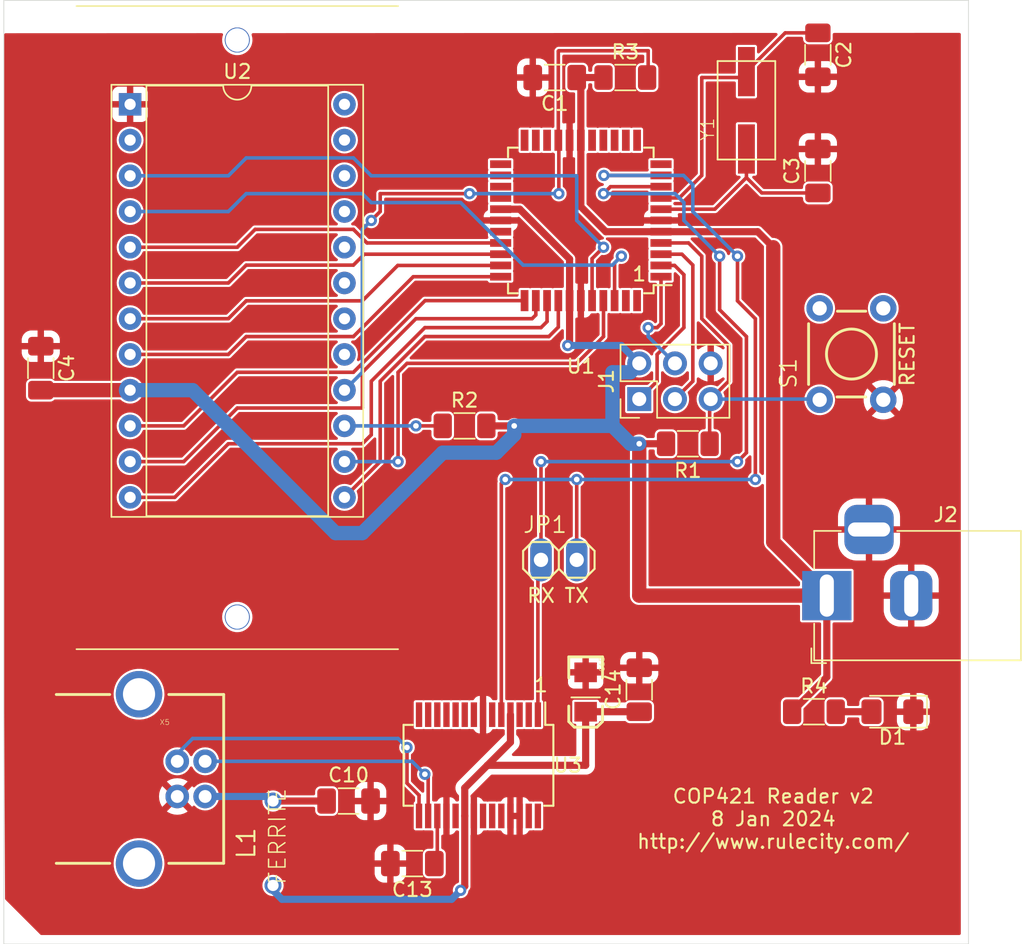
<source format=kicad_pcb>
(kicad_pcb (version 20211014) (generator pcbnew)
  (layers (0 "F.Cu" signal) (31 "B.Cu" signal) (34 "B.Paste" user) (35 "F.Paste" user) (36 "B.SilkS" user "B.Silkscreen") (37 "F.SilkS" user "F.Silkscreen") (38 "B.Mask" user) (39 "F.Mask" user) (44 "Edge.Cuts" user))
  (net 0 "")
  (net 1 "GND")
  (net 2 "Net-(C2-Pad1)")
  (net 3 "Net-(C3-Pad1)")
  (net 4 "Net-(C10-Pad1)")
  (net 5 "VCC")
  (net 6 "Net-(C13-Pad1)")
  (net 7 "/MISO")
  (net 8 "/SCK")
  (net 9 "/MOSI")
  (net 10 "/~{RESET}")
  (net 11 "/RX")
  (net 12 "/TX")
  (net 13 "Net-(D1-Pad2)")
  (net 14 "/COP_SK")
  (net 22 "/TCK")
  (net 23 "/TMS")
  (net 24 "/TDO")
  (net 25 "/TDI")
  (net 29 "Net-(U1-Pad30)")
  (net 30 "Net-(U1-Pad31)")
  (net 31 "Net-(U1-Pad32)")
  (net 32 "Net-(U1-Pad33)")
  (net 33 "Net-(U1-Pad34)")
  (net 34 "Net-(U1-Pad35)")
  (net 35 "Net-(U1-Pad36)")
  (net 36 "Net-(U1-Pad37)")
  (net 37 "/COP_CKI")
  (net 38 "/COP_SI")
  (net 39 "/~{COP_RESET}")
  (net 41 "/SS")
  (net 54 "Net-(U3-Pad15)")
  (net 55 "Net-(U3-Pad16)")
  (net 58 "Net-(R2-Pad1)")
  (net 59 "Net-(C14-Pad1)")
  (footprint "Capacitor_SMD:C_1206_3216Metric_Pad1.33x1.80mm_HandSolder" (layer "F.Cu") (at 172.085 76.4925 90)
    (fp_text reference "C3" (at 0 -1.85 90) (layer "F.SilkS"))
    (fp_text value "20pF")
    (pad "1" smd roundrect (at -1.5625 0 90) (size 1.325 1.8) (layers "F.Cu" "F.Paste" "F.Mask") (roundrect_rratio 0.1886792453) (net 3 "Net-(C3-Pad1)"))
    (pad "2" smd roundrect (at 1.5625 0 90) (size 1.325 1.8) (layers "F.Cu" "F.Paste" "F.Mask") (roundrect_rratio 0.1886792453) (net 1 "GND"))
  )
  (footprint "Resistor_SMD:R_1206_3216Metric_Pad1.30x1.75mm_HandSolder" (layer "F.Cu") (at 158.395 69.85)
    (fp_text reference "R3" (at 0 -1.82) (layer "F.SilkS"))
    (fp_text value "1k")
    (pad "1" smd roundrect (at -1.55 0) (size 1.3 1.75) (layers "F.Cu" "F.Paste" "F.Mask") (roundrect_rratio 0.1923076923) (net 5 "VCC"))
    (pad "2" smd roundrect (at 1.55 0) (size 1.3 1.75) (layers "F.Cu" "F.Paste" "F.Mask") (roundrect_rratio 0.1923076923) (net 14 "/COP_SK"))
  )
  (footprint "Capacitor_SMD:C_1206_3216Metric_Pad1.33x1.80mm_HandSolder" (layer "F.Cu") (at 116.84 90.5125 -90)
    (fp_text reference "C4" (at 0 -1.85 90) (layer "F.SilkS"))
    (fp_text value "0.1uF")
    (pad "1" smd roundrect (at -1.5625 0 270) (size 1.325 1.8) (layers "F.Cu" "F.Paste" "F.Mask") (roundrect_rratio 0.1886792453) (net 1 "GND"))
    (pad "2" smd roundrect (at 1.5625 0 270) (size 1.325 1.8) (layers "F.Cu" "F.Paste" "F.Mask") (roundrect_rratio 0.1886792453) (net 5 "VCC"))
  )
  (footprint "StarRiderControls:TACTILE-PTH" (layer "F.Cu") (at 174.4726 89.5096 90)
    (fp_text reference "S1" (at -2.54 -3.81 90) (layer "F.SilkS") (effects (font (size 1.143 1.143) (thickness 0.127)) (justify left bottom)))
    (fp_text value "SWITCH-MOMENTARY-2PTH")
    (pad "1" thru_hole circle (at -3.2512 -2.2606 90) (size 1.8796 1.8796) (drill 1.016) (layers *.Cu *.Mask) (net 10 "/~{RESET}"))
    (pad "2" thru_hole circle (at 3.2512 -2.2606 90) (size 1.8796 1.8796) (drill 1.016) (layers *.Cu *.Mask))
    (pad "3" thru_hole circle (at -3.2512 2.2606 90) (size 1.8796 1.8796) (drill 1.016) (layers *.Cu *.Mask) (net 1 "GND"))
    (pad "4" thru_hole circle (at 3.2512 2.2606 90) (size 1.8796 1.8796) (drill 1.016) (layers *.Cu *.Mask))
  )
  (footprint "Capacitor_SMD:C_1206_3216Metric_Pad1.33x1.80mm_HandSolder" (layer "F.Cu") (at 172.085 68.2375 -90)
    (fp_text reference "C2" (at 0 -1.85 90) (layer "F.SilkS"))
    (fp_text value "20pF")
    (pad "1" smd roundrect (at -1.5625 0 270) (size 1.325 1.8) (layers "F.Cu" "F.Paste" "F.Mask") (roundrect_rratio 0.1886792453) (net 2 "Net-(C2-Pad1)"))
    (pad "2" smd roundrect (at 1.5625 0 270) (size 1.325 1.8) (layers "F.Cu" "F.Paste" "F.Mask") (roundrect_rratio 0.1886792453) (net 1 "GND"))
  )
  (footprint "StarRiderControls:EIA3216" (layer "F.Cu") (at 155.575 112.135 -90)
    (fp_text reference "C15" (at -1.14 -1.381 90) (layer "F.SilkS") (effects (font (size 0.373888 0.373888) (thickness 0.032512)) (justify right bottom)))
    (fp_text value "4.7uF")
    (pad "A" smd rect (at 2.8 0) (size 1.6 1.4) (layers "F.Cu" "F.Paste" "F.Mask") (net 59 "Net-(C14-Pad1)"))
    (pad "C" smd rect (at 0 0) (size 1.6 1.4) (layers "F.Cu" "F.Paste" "F.Mask") (net 1 "GND"))
  )
  (footprint "Package_SO:SSOP-28_5.3x10.2mm_P0.65mm" (layer "F.Cu") (at 147.955 118.745 -90)
    (fp_text reference "U3" (at 0 -6.35 180) (layer "F.SilkS"))
    (fp_text value "FT232RL-BASICSSOP")
    (pad "1" smd rect (at -3.6 -4.225 270) (size 1.75 0.45) (layers "F.Cu" "F.Paste" "F.Mask") (net 11 "/RX"))
    (pad "2" smd rect (at -3.6 -3.575 270) (size 1.75 0.45) (layers "F.Cu" "F.Paste" "F.Mask"))
    (pad "3" smd rect (at -3.6 -2.925 270) (size 1.75 0.45) (layers "F.Cu" "F.Paste" "F.Mask"))
    (pad "4" smd rect (at -3.6 -2.275 270) (size 1.75 0.45) (layers "F.Cu" "F.Paste" "F.Mask") (net 59 "Net-(C14-Pad1)"))
    (pad "5" smd rect (at -3.6 -1.625 270) (size 1.75 0.45) (layers "F.Cu" "F.Paste" "F.Mask") (net 12 "/TX"))
    (pad "6" smd rect (at -3.6 -0.975 270) (size 1.75 0.45) (layers "F.Cu" "F.Paste" "F.Mask"))
    (pad "7" smd rect (at -3.6 -0.325 270) (size 1.75 0.45) (layers "F.Cu" "F.Paste" "F.Mask") (net 1 "GND"))
    (pad "8" smd rect (at -3.6 0.325 270) (size 1.75 0.45) (layers "F.Cu" "F.Paste" "F.Mask"))
    (pad "9" smd rect (at -3.6 0.975 270) (size 1.75 0.45) (layers "F.Cu" "F.Paste" "F.Mask"))
    (pad "10" smd rect (at -3.6 1.625 270) (size 1.75 0.45) (layers "F.Cu" "F.Paste" "F.Mask"))
    (pad "11" smd rect (at -3.6 2.275 270) (size 1.75 0.45) (layers "F.Cu" "F.Paste" "F.Mask"))
    (pad "12" smd rect (at -3.6 2.925 270) (size 1.75 0.45) (layers "F.Cu" "F.Paste" "F.Mask"))
    (pad "13" smd rect (at -3.6 3.575 270) (size 1.75 0.45) (layers "F.Cu" "F.Paste" "F.Mask"))
    (pad "14" smd rect (at -3.6 4.225 270) (size 1.75 0.45) (layers "F.Cu" "F.Paste" "F.Mask"))
    (pad "15" smd rect (at 3.6 4.225 270) (size 1.75 0.45) (layers "F.Cu" "F.Paste" "F.Mask") (net 54 "Net-(U3-Pad15)"))
    (pad "16" smd rect (at 3.6 3.575 270) (size 1.75 0.45) (layers "F.Cu" "F.Paste" "F.Mask") (net 55 "Net-(U3-Pad16)"))
    (pad "17" smd rect (at 3.6 2.925 270) (size 1.75 0.45) (layers "F.Cu" "F.Paste" "F.Mask") (net 6 "Net-(C13-Pad1)"))
    (pad "18" smd rect (at 3.6 2.275 270) (size 1.75 0.45) (layers "F.Cu" "F.Paste" "F.Mask") (net 1 "GND"))
    (pad "19" smd rect (at 3.6 1.625 270) (size 1.75 0.45) (layers "F.Cu" "F.Paste" "F.Mask"))
    (pad "20" smd rect (at 3.6 0.975 270) (size 1.75 0.45) (layers "F.Cu" "F.Paste" "F.Mask") (net 59 "Net-(C14-Pad1)"))
    (pad "21" smd rect (at 3.6 0.325 270) (size 1.75 0.45) (layers "F.Cu" "F.Paste" "F.Mask") (net 1 "GND"))
    (pad "22" smd rect (at 3.6 -0.325 270) (size 1.75 0.45) (layers "F.Cu" "F.Paste" "F.Mask"))
    (pad "23" smd rect (at 3.6 -0.975 270) (size 1.75 0.45) (layers "F.Cu" "F.Paste" "F.Mask"))
    (pad "24" smd rect (at 3.6 -1.625 270) (size 1.75 0.45) (layers "F.Cu" "F.Paste" "F.Mask"))
    (pad "25" smd rect (at 3.6 -2.275 270) (size 1.75 0.45) (layers "F.Cu" "F.Paste" "F.Mask") (net 1 "GND"))
    (pad "26" smd rect (at 3.6 -2.925 270) (size 1.75 0.45) (layers "F.Cu" "F.Paste" "F.Mask") (net 1 "GND"))
    (pad "27" smd rect (at 3.6 -3.575 270) (size 1.75 0.45) (layers "F.Cu" "F.Paste" "F.Mask"))
    (pad "28" smd rect (at 3.6 -4.225 270) (size 1.75 0.45) (layers "F.Cu" "F.Paste" "F.Mask"))
  )
  (footprint "Resistor_SMD:R_1206_3216Metric_Pad1.30x1.75mm_HandSolder" (layer "F.Cu") (at 162.84 95.885)
    (fp_text reference "R1" (at 0 1.905) (layer "F.SilkS"))
    (fp_text value "10k")
    (pad "1" smd roundrect (at -1.55 0) (size 1.3 1.75) (layers "F.Cu" "F.Paste" "F.Mask") (roundrect_rratio 0.1923076923) (net 5 "VCC"))
    (pad "2" smd roundrect (at 1.55 0) (size 1.3 1.75) (layers "F.Cu" "F.Paste" "F.Mask") (roundrect_rratio 0.1923076923) (net 10 "/~{RESET}"))
  )
  (footprint "Connector_BarrelJack:BarrelJack_Horizontal" (layer "F.Cu") (at 172.72 106.68 180)
    (fp_text reference "J2" (at -8.45 5.75) (layer "F.SilkS"))
    (fp_text value "Barrel_Jack_Switch")
    (pad "1" thru_hole rect (at 0 0 180) (size 3.5 3.5) (drill oval 1 3) (layers *.Cu *.Mask) (net 5 "VCC"))
    (pad "2" thru_hole roundrect (at -6 0 180) (size 3 3.5) (drill oval 1 3) (layers *.Cu *.Mask) (net 1 "GND"))
    (pad "3" thru_hole roundrect (at -3 4.7 180) (size 3.5 3.5) (drill oval 3 1) (layers *.Cu *.Mask) (net 1 "GND"))
  )
  (footprint "StarRiderControls:CRYSTAL-CSM-3X" (layer "F.Cu") (at 167.005 72.18 90)
    (fp_text reference "Y1" (at -2.23 -2.22 90) (layer "F.SilkS") (effects (font (size 0.92 0.92) (thickness 0.08)) (justify left bottom)))
    (fp_text value "18.432MHz")
    (pad "1" smd rect (at -2.75 0 90) (size 3.5 1.2) (layers "F.Cu" "F.Paste" "F.Mask") (net 3 "Net-(C3-Pad1)"))
    (pad "2" smd rect (at 2.75 0 90) (size 3.5 1.2) (layers "F.Cu" "F.Paste" "F.Mask") (net 2 "Net-(C2-Pad1)"))
  )
  (footprint "Connector_PinHeader_2.54mm:PinHeader_2x03_P2.54mm_Vertical" (layer "F.Cu") (at 159.385 92.71 90)
    (fp_text reference "J1" (at 1.27 -2.33 90) (layer "F.SilkS"))
    (fp_text value "Conn_02x03_Odd_Even")
    (pad "1" thru_hole rect (at 0 0 90) (size 1.7 1.7) (drill 1) (layers *.Cu *.Mask) (net 7 "/MISO"))
    (pad "2" thru_hole oval (at 2.54 0 90) (size 1.7 1.7) (drill 1) (layers *.Cu *.Mask) (net 5 "VCC"))
    (pad "3" thru_hole oval (at 0 2.54 90) (size 1.7 1.7) (drill 1) (layers *.Cu *.Mask) (net 8 "/SCK"))
    (pad "4" thru_hole oval (at 2.54 2.54 90) (size 1.7 1.7) (drill 1) (layers *.Cu *.Mask) (net 9 "/MOSI"))
    (pad "5" thru_hole oval (at 0 5.08 90) (size 1.7 1.7) (drill 1) (layers *.Cu *.Mask) (net 10 "/~{RESET}"))
    (pad "6" thru_hole oval (at 2.54 5.08 90) (size 1.7 1.7) (drill 1) (layers *.Cu *.Mask) (net 1 "GND"))
  )
  (footprint "StarRiderControls:USB-B-PTH" (layer "F.Cu") (at 126.5428 119.7102)
    (fp_text reference "X5" (at -1.27 -3.81) (layer "F.SilkS") (effects (font (size 0.373888 0.373888) (thickness 0.032512)) (justify left bottom)))
    (fp_text value "USBPTH")
    (pad "D+" thru_hole circle (at 0 -1.25 270) (size 1.6764 1.6764) (drill 0.9144) (layers *.Cu *.Mask) (net 54 "Net-(U3-Pad15)"))
    (pad "D-" thru_hole circle (at 1.9812 -1.25 90) (size 1.6764 1.6764) (drill 0.9144) (layers *.Cu *.Mask) (net 55 "Net-(U3-Pad16)"))
    (pad "GND" thru_hole circle (at 0 1.25 270) (size 1.6764 1.6764) (drill 0.9144) (layers *.Cu *.Mask) (net 1 "GND"))
    (pad "S1" thru_hole circle (at -2.7178 6.0198) (size 3.302 3.302) (drill 2.286) (layers *.Cu *.Mask))
    (pad "S2" thru_hole circle (at -2.7178 -6.0198) (size 3.302 3.302) (drill 2.286) (layers *.Cu *.Mask))
    (pad "VBUS" thru_hole circle (at 1.9812 1.25 90) (size 1.6764 1.6764) (drill 0.9144) (layers *.Cu *.Mask) (net 4 "Net-(C10-Pad1)"))
  )
  (footprint "Capacitor_SMD:C_1206_3216Metric_Pad1.33x1.80mm_HandSolder" (layer "F.Cu") (at 138.7225 121.285)
    (fp_text reference "C10" (at 0 -1.85) (layer "F.SilkS"))
    (fp_text value "10nF")
    (pad "1" smd roundrect (at -1.5625 0) (size 1.325 1.8) (layers "F.Cu" "F.Paste" "F.Mask") (roundrect_rratio 0.1886792453) (net 4 "Net-(C10-Pad1)"))
    (pad "2" smd roundrect (at 1.5625 0) (size 1.325 1.8) (layers "F.Cu" "F.Paste" "F.Mask") (roundrect_rratio 0.1886792453) (net 1 "GND"))
  )
  (footprint "Capacitor_SMD:C_1206_3216Metric_Pad1.33x1.80mm_HandSolder" (layer "F.Cu") (at 143.255 125.73 180)
    (fp_text reference "C13" (at 0 -1.85) (layer "F.SilkS"))
    (fp_text value "0.1uF")
    (pad "1" smd roundrect (at -1.5625 0 180) (size 1.325 1.8) (layers "F.Cu" "F.Paste" "F.Mask") (roundrect_rratio 0.1886792453) (net 6 "Net-(C13-Pad1)"))
    (pad "2" smd roundrect (at 1.5625 0 180) (size 1.325 1.8) (layers "F.Cu" "F.Paste" "F.Mask") (roundrect_rratio 0.1886792453) (net 1 "GND"))
  )
  (footprint "Resistor_SMD:R_1206_3216Metric_Pad1.30x1.75mm_HandSolder" (layer "F.Cu") (at 171.805 114.935)
    (fp_text reference "R4" (at 0 -1.82) (layer "F.SilkS"))
    (fp_text value "330")
    (pad "1" smd roundrect (at -1.55 0) (size 1.3 1.75) (layers "F.Cu" "F.Paste" "F.Mask") (roundrect_rratio 0.1923076923) (net 5 "VCC"))
    (pad "2" smd roundrect (at 1.55 0) (size 1.3 1.75) (layers "F.Cu" "F.Paste" "F.Mask") (roundrect_rratio 0.1923076923) (net 13 "Net-(D1-Pad2)"))
  )
  (footprint "Resistor_SMD:R_1206_3216Metric_Pad1.30x1.75mm_HandSolder" (layer "F.Cu") (at 146.965 94.615)
    (fp_text reference "R2" (at 0 -1.82) (layer "F.SilkS"))
    (fp_text value "100")
    (pad "1" smd roundrect (at -1.55 0) (size 1.3 1.75) (layers "F.Cu" "F.Paste" "F.Mask") (roundrect_rratio 0.1923076923) (net 58 "Net-(R2-Pad1)"))
    (pad "2" smd roundrect (at 1.55 0) (size 1.3 1.75) (layers "F.Cu" "F.Paste" "F.Mask") (roundrect_rratio 0.1923076923) (net 5 "VCC"))
  )
  (footprint "StarRiderControls:EXCELSA35" (layer "F.Cu") (at 133.35 124.285 -90)
    (fp_text reference "L1" (at 0 1.905 90) (layer "F.SilkS") (effects (font (size 1.27 1.27))))
    (fp_text value "EXCELSA35")
    (fp_text user "FERRITE" (at -4 -1 90) (layer "F.SilkS") (effects (font (size 1.1684 1.1684) (thickness 0.1016)) (justify right bottom)))
    (pad "P1" thru_hole circle (at -3 0 270) (size 1.2 1.2) (drill 0.8) (layers *.Cu *.Mask) (net 4 "Net-(C10-Pad1)"))
    (pad "P2" thru_hole circle (at 3 0 270) (size 1.2 1.2) (drill 0.8) (layers *.Cu *.Mask) (net 59 "Net-(C14-Pad1)"))
  )
  (footprint "LED_SMD:LED_1206_3216Metric_Pad1.42x1.75mm_HandSolder" (layer "F.Cu") (at 177.3825 114.935 180)
    (fp_text reference "D1" (at 0 -1.82) (layer "F.SilkS"))
    (fp_text value "LED")
    (pad "1" smd roundrect (at -1.4875 0 180) (size 1.425 1.75) (layers "F.Cu" "F.Paste" "F.Mask") (roundrect_rratio 0.1754392982) (net 1 "GND"))
    (pad "2" smd roundrect (at 1.4875 0 180) (size 1.425 1.75) (layers "F.Cu" "F.Paste" "F.Mask") (roundrect_rratio 0.1754392982) (net 13 "Net-(D1-Pad2)"))
  )
  (footprint "Package_DIP:DIP-24_W15.24mm_Socket" (layer "F.Cu") (at 123.19 71.755)
    (fp_text reference "U2" (at 7.62 -2.33) (layer "F.SilkS"))
    (fp_text value "COP421L")
    (pad "" np_thru_hole circle (at 7.62 -4.572) (size 1.778 1.778) (drill 1.651) (layers F&B.Cu *.Mask))
    (pad "" np_thru_hole circle (at 7.62 36.449) (size 1.778 1.778) (drill 1.651) (layers F&B.Cu *.Mask))
    (pad "1" thru_hole rect (at 0 0) (size 1.6 1.6) (drill 0.8) (layers *.Cu *.Mask) (net 1 "GND"))
    (pad "2" thru_hole oval (at 0 2.54) (size 1.6 1.6) (drill 0.8) (layers *.Cu *.Mask))
    (pad "3" thru_hole oval (at 0 5.08) (size 1.6 1.6) (drill 0.8) (layers *.Cu *.Mask) (net 37 "/COP_CKI"))
    (pad "4" thru_hole oval (at 0 7.62) (size 1.6 1.6) (drill 0.8) (layers *.Cu *.Mask) (net 39 "/~{COP_RESET}"))
    (pad "5" thru_hole oval (at 0 10.16) (size 1.6 1.6) (drill 0.8) (layers *.Cu *.Mask) (net 29 "Net-(U1-Pad30)"))
    (pad "6" thru_hole oval (at 0 12.7) (size 1.6 1.6) (drill 0.8) (layers *.Cu *.Mask) (net 30 "Net-(U1-Pad31)"))
    (pad "7" thru_hole oval (at 0 15.24) (size 1.6 1.6) (drill 0.8) (layers *.Cu *.Mask) (net 31 "Net-(U1-Pad32)"))
    (pad "8" thru_hole oval (at 0 17.78) (size 1.6 1.6) (drill 0.8) (layers *.Cu *.Mask) (net 32 "Net-(U1-Pad33)"))
    (pad "9" thru_hole oval (at 0 20.32) (size 1.6 1.6) (drill 0.8) (layers *.Cu *.Mask) (net 5 "VCC"))
    (pad "10" thru_hole oval (at 0 22.86) (size 1.6 1.6) (drill 0.8) (layers *.Cu *.Mask) (net 33 "Net-(U1-Pad34)"))
    (pad "11" thru_hole oval (at 0 25.4) (size 1.6 1.6) (drill 0.8) (layers *.Cu *.Mask) (net 34 "Net-(U1-Pad35)"))
    (pad "12" thru_hole oval (at 0 27.94) (size 1.6 1.6) (drill 0.8) (layers *.Cu *.Mask) (net 35 "Net-(U1-Pad36)"))
    (pad "13" thru_hole oval (at 15.24 27.94) (size 1.6 1.6) (drill 0.8) (layers *.Cu *.Mask) (net 36 "Net-(U1-Pad37)"))
    (pad "14" thru_hole oval (at 15.24 25.4) (size 1.6 1.6) (drill 0.8) (layers *.Cu *.Mask) (net 38 "/COP_SI"))
    (pad "15" thru_hole oval (at 15.24 22.86) (size 1.6 1.6) (drill 0.8) (layers *.Cu *.Mask) (net 58 "Net-(R2-Pad1)"))
    (pad "16" thru_hole oval (at 15.24 20.32) (size 1.6 1.6) (drill 0.8) (layers *.Cu *.Mask) (net 14 "/COP_SK"))
    (pad "17" thru_hole oval (at 15.24 17.78) (size 1.6 1.6) (drill 0.8) (layers *.Cu *.Mask))
    (pad "18" thru_hole oval (at 15.24 15.24) (size 1.6 1.6) (drill 0.8) (layers *.Cu *.Mask))
    (pad "19" thru_hole oval (at 15.24 12.7) (size 1.6 1.6) (drill 0.8) (layers *.Cu *.Mask))
    (pad "20" thru_hole oval (at 15.24 10.16) (size 1.6 1.6) (drill 0.8) (layers *.Cu *.Mask))
    (pad "21" thru_hole oval (at 15.24 7.62) (size 1.6 1.6) (drill 0.8) (layers *.Cu *.Mask))
    (pad "22" thru_hole oval (at 15.24 5.08) (size 1.6 1.6) (drill 0.8) (layers *.Cu *.Mask))
    (pad "23" thru_hole oval (at 15.24 2.54) (size 1.6 1.6) (drill 0.8) (layers *.Cu *.Mask))
    (pad "24" thru_hole oval (at 15.24 0) (size 1.6 1.6) (drill 0.8) (layers *.Cu *.Mask))
  )
  (footprint "Capacitor_SMD:C_1206_3216Metric_Pad1.33x1.80mm_HandSolder" (layer "F.Cu") (at 153.3775 69.85 180)
    (fp_text reference "C1" (at 0 -1.85) (layer "F.SilkS"))
    (fp_text value "0.1uF")
    (pad "1" smd roundrect (at -1.5625 0 180) (size 1.325 1.8) (layers "F.Cu" "F.Paste" "F.Mask") (roundrect_rratio 0.1886792453) (net 5 "VCC"))
    (pad "2" smd roundrect (at 1.5625 0 180) (size 1.325 1.8) (layers "F.Cu" "F.Paste" "F.Mask") (roundrect_rratio 0.1886792453) (net 1 "GND"))
  )
  (footprint "StarRiderControls:1X02" (layer "F.Cu") (at 153.67 104.14)
    (fp_text reference "JP1" (at -2.6162 -1.8288) (layer "F.SilkS") (effects (font (size 1.143 1.143) (thickness 0.127)) (justify left bottom)))
    (fp_text value "PINHD-1X2")
    (pad "1" thru_hole oval (at -1.27 0 90) (size 3.048 1.524) (drill 1.016) (layers *.Cu *.Mask) (net 11 "/RX"))
    (pad "2" thru_hole oval (at 1.27 0 90) (size 3.048 1.524) (drill 1.016) (layers *.Cu *.Mask) (net 12 "/TX"))
  )
  (footprint "Capacitor_SMD:C_1206_3216Metric_Pad1.33x1.80mm_HandSolder" (layer "F.Cu") (at 159.385 113.3725 90)
    (fp_text reference "C14" (at 0 -1.85 90) (layer "F.SilkS"))
    (fp_text value "0.1uF")
    (pad "1" smd roundrect (at -1.5625 0 90) (size 1.325 1.8) (layers "F.Cu" "F.Paste" "F.Mask") (roundrect_rratio 0.1886792453) (net 59 "Net-(C14-Pad1)"))
    (pad "2" smd roundrect (at 1.5625 0 90) (size 1.325 1.8) (layers "F.Cu" "F.Paste" "F.Mask") (roundrect_rratio 0.1886792453) (net 1 "GND"))
  )
  (footprint "Package_QFP:TQFP-44_10x10mm_P0.8mm" (layer "F.Cu") (at 155.2325 80.01 180)
    (fp_text reference "U1" (at 0 -10.371) (layer "F.SilkS"))
    (fp_text value "ATMega644P")
    (pad "1" smd rect (at -5.7 -4 180) (size 1.5 0.55) (layers "F.Cu" "F.Paste" "F.Mask") (net 9 "/MOSI"))
    (pad "2" smd rect (at -5.7 -3.2 180) (size 1.5 0.55) (layers "F.Cu" "F.Paste" "F.Mask") (net 7 "/MISO"))
    (pad "3" smd rect (at -5.7 -2.4 180) (size 1.5 0.55) (layers "F.Cu" "F.Paste" "F.Mask") (net 8 "/SCK"))
    (pad "4" smd rect (at -5.7 -1.6 180) (size 1.5 0.55) (layers "F.Cu" "F.Paste" "F.Mask") (net 10 "/~{RESET}"))
    (pad "5" smd rect (at -5.7 -0.8 180) (size 1.5 0.55) (layers "F.Cu" "F.Paste" "F.Mask") (net 5 "VCC"))
    (pad "6" smd rect (at -5.7 0 180) (size 1.5 0.55) (layers "F.Cu" "F.Paste" "F.Mask") (net 1 "GND"))
    (pad "7" smd rect (at -5.7 0.8 180) (size 1.5 0.55) (layers "F.Cu" "F.Paste" "F.Mask") (net 3 "Net-(C3-Pad1)"))
    (pad "8" smd rect (at -5.7 1.6 180) (size 1.5 0.55) (layers "F.Cu" "F.Paste" "F.Mask") (net 2 "Net-(C2-Pad1)"))
    (pad "9" smd rect (at -5.7 2.4 180) (size 1.5 0.55) (layers "F.Cu" "F.Paste" "F.Mask") (net 11 "/RX"))
    (pad "10" smd rect (at -5.7 3.2 180) (size 1.5 0.55) (layers "F.Cu" "F.Paste" "F.Mask") (net 12 "/TX"))
    (pad "11" smd rect (at -5.7 4 180) (size 1.5 0.55) (layers "F.Cu" "F.Paste" "F.Mask"))
    (pad "12" smd rect (at -4 5.7 270) (size 1.5 0.55) (layers "F.Cu" "F.Paste" "F.Mask"))
    (pad "13" smd rect (at -3.2 5.7 270) (size 1.5 0.55) (layers "F.Cu" "F.Paste" "F.Mask"))
    (pad "14" smd rect (at -2.4 5.7 270) (size 1.5 0.55) (layers "F.Cu" "F.Paste" "F.Mask"))
    (pad "15" smd rect (at -1.6 5.7 270) (size 1.5 0.55) (layers "F.Cu" "F.Paste" "F.Mask"))
    (pad "16" smd rect (at -0.8 5.7 270) (size 1.5 0.55) (layers "F.Cu" "F.Paste" "F.Mask"))
    (pad "17" smd rect (at 0 5.7 270) (size 1.5 0.55) (layers "F.Cu" "F.Paste" "F.Mask") (net 5 "VCC"))
    (pad "18" smd rect (at 0.8 5.7 270) (size 1.5 0.55) (layers "F.Cu" "F.Paste" "F.Mask") (net 1 "GND"))
    (pad "19" smd rect (at 1.6 5.7 270) (size 1.5 0.55) (layers "F.Cu" "F.Paste" "F.Mask") (net 14 "/COP_SK"))
    (pad "20" smd rect (at 2.4 5.7 270) (size 1.5 0.55) (layers "F.Cu" "F.Paste" "F.Mask"))
    (pad "21" smd rect (at 3.2 5.7 270) (size 1.5 0.55) (layers "F.Cu" "F.Paste" "F.Mask") (net 22 "/TCK"))
    (pad "22" smd rect (at 4 5.7 270) (size 1.5 0.55) (layers "F.Cu" "F.Paste" "F.Mask") (net 23 "/TMS"))
    (pad "23" smd rect (at 5.7 4 180) (size 1.5 0.55) (layers "F.Cu" "F.Paste" "F.Mask") (net 24 "/TDO"))
    (pad "24" smd rect (at 5.7 3.2 180) (size 1.5 0.55) (layers "F.Cu" "F.Paste" "F.Mask") (net 25 "/TDI"))
    (pad "25" smd rect (at 5.7 2.4 180) (size 1.5 0.55) (layers "F.Cu" "F.Paste" "F.Mask"))
    (pad "26" smd rect (at 5.7 1.6 180) (size 1.5 0.55) (layers "F.Cu" "F.Paste" "F.Mask"))
    (pad "27" smd rect (at 5.7 0.8 180) (size 1.5 0.55) (layers "F.Cu" "F.Paste" "F.Mask") (net 5 "VCC"))
    (pad "28" smd rect (at 5.7 0 180) (size 1.5 0.55) (layers "F.Cu" "F.Paste" "F.Mask") (net 1 "GND"))
    (pad "29" smd rect (at 5.7 -0.8 180) (size 1.5 0.55) (layers "F.Cu" "F.Paste" "F.Mask"))
    (pad "30" smd rect (at 5.7 -1.6 180) (size 1.5 0.55) (layers "F.Cu" "F.Paste" "F.Mask") (net 29 "Net-(U1-Pad30)"))
    (pad "31" smd rect (at 5.7 -2.4 180) (size 1.5 0.55) (layers "F.Cu" "F.Paste" "F.Mask") (net 30 "Net-(U1-Pad31)"))
    (pad "32" smd rect (at 5.7 -3.2 180) (size 1.5 0.55) (layers "F.Cu" "F.Paste" "F.Mask") (net 31 "Net-(U1-Pad32)"))
    (pad "33" smd rect (at 5.7 -4 180) (size 1.5 0.55) (layers "F.Cu" "F.Paste" "F.Mask") (net 32 "Net-(U1-Pad33)"))
    (pad "34" smd rect (at 4 -5.7 270) (size 1.5 0.55) (layers "F.Cu" "F.Paste" "F.Mask") (net 33 "Net-(U1-Pad34)"))
    (pad "35" smd rect (at 3.2 -5.7 270) (size 1.5 0.55) (layers "F.Cu" "F.Paste" "F.Mask") (net 34 "Net-(U1-Pad35)"))
    (pad "36" smd rect (at 2.4 -5.7 270) (size 1.5 0.55) (layers "F.Cu" "F.Paste" "F.Mask") (net 35 "Net-(U1-Pad36)"))
    (pad "37" smd rect (at 1.6 -5.7 270) (size 1.5 0.55) (layers "F.Cu" "F.Paste" "F.Mask") (net 36 "Net-(U1-Pad37)"))
    (pad "38" smd rect (at 0.8 -5.7 270) (size 1.5 0.55) (layers "F.Cu" "F.Paste" "F.Mask") (net 5 "VCC"))
    (pad "39" smd rect (at 0 -5.7 270) (size 1.5 0.55) (layers "F.Cu" "F.Paste" "F.Mask") (net 1 "GND"))
    (pad "40" smd rect (at -0.8 -5.7 270) (size 1.5 0.55) (layers "F.Cu" "F.Paste" "F.Mask") (net 37 "/COP_CKI"))
    (pad "41" smd rect (at -1.6 -5.7 270) (size 1.5 0.55) (layers "F.Cu" "F.Paste" "F.Mask") (net 38 "/COP_SI"))
    (pad "42" smd rect (at -2.4 -5.7 270) (size 1.5 0.55) (layers "F.Cu" "F.Paste" "F.Mask") (net 39 "/~{COP_RESET}"))
    (pad "43" smd rect (at -3.2 -5.7 270) (size 1.5 0.55) (layers "F.Cu" "F.Paste" "F.Mask"))
    (pad "44" smd rect (at -4 -5.7 270) (size 1.5 0.55) (layers "F.Cu" "F.Paste" "F.Mask") (net 41 "/SS"))
  )
  (gr_line (start 114.2111 64.3636) (end 114.2111 131.445) (layer "Edge.Cuts") (width 0.05))
  (gr_line (start 182.7911 131.445) (end 182.7911 64.3636) (layer "Edge.Cuts") (width 0.05))
  (gr_line (start 114.2111 131.445) (end 182.7911 131.445) (layer "Edge.Cuts") (width 0.05))
  (gr_line (start 182.7911 64.3636) (end 114.2111 64.3636) (layer "Edge.Cuts") (width 0.05))
  (gr_text "1" (at 152.4 113.03) (layer "F.SilkS") (effects (font (size 1 1))))
  (gr_text "RX" (at 152.4 106.68) (layer "F.SilkS") (effects (font (size 1 1))))
  (gr_text "1" (at 159.385 83.82) (layer "F.SilkS") (effects (font (size 1 1))))
  (gr_text "RESET" (at 178.435 89.535 90) (layer "F.SilkS") (effects (font (size 1 1))))
  (gr_text "COP421 Reader v2\n8 Jan 2024\nhttp://www.rulecity.com/" (at 168.91 122.555) (layer "F.SilkS") (effects (font (size 1 1))))
  (gr_text "TX" (at 154.94 106.68) (layer "F.SilkS") (effects (font (size 1 1))))
  (segment (start 160.9325 78.41) (end 162.23 78.41) (width 0.254) (layer "F.Cu") (net 2))
  (segment (start 169.76 66.675) (end 167.005 69.43) (width 0.25) (layer "F.Cu") (net 2))
  (segment (start 166.585 69.85) (end 167.005 69.43) (width 0.254) (layer "F.Cu") (net 2))
  (segment (start 172.085 66.675) (end 169.76 66.675) (width 0.25) (layer "F.Cu") (net 2))
  (segment (start 163.83 69.85) (end 166.585 69.85) (width 0.254) (layer "F.Cu") (net 2))
  (segment (start 162.23 78.41) (end 163.83 76.81) (width 0.254) (layer "F.Cu") (net 2))
  (segment (start 163.83 76.81) (end 163.83 69.85) (width 0.254) (layer "F.Cu") (net 2))
  (segment (start 160.9325 79.21) (end 164.757 79.21) (width 0.254) (layer "F.Cu") (net 3))
  (segment (start 167.005 76.962) (end 167.005 74.93) (width 0.254) (layer "F.Cu") (net 3))
  (segment (start 164.757 79.21) (end 167.005 76.962) (width 0.254) (layer "F.Cu") (net 3))
  (segment (start 168.098 78.055) (end 167.005 76.962) (width 0.25) (layer "F.Cu") (net 3))
  (segment (start 172.085 78.055) (end 168.098 78.055) (width 0.25) (layer "F.Cu") (net 3))
  (segment (start 133.35 121.285) (end 137.16 121.285) (width 0.508) (layer "F.Cu") (net 4))
  (segment (start 128.524 120.9602) (end 133.0252 120.9602) (width 0.508) (layer "B.Cu") (net 4))
  (segment (start 133.0252 120.9602) (end 133.35 121.285) (width 0.254) (layer "B.Cu") (net 4))
  (segment (start 154.4325 85.71) (end 154.4325 82.7525) (width 0.508) (layer "F.Cu") (net 5))
  (segment (start 123.19 92.075) (end 116.84 92.075) (width 1.016) (layer "F.Cu") (net 5))
  (segment (start 160.9325 80.81) (end 167.805 80.81) (width 0.508) (layer "F.Cu") (net 5))
  (segment (start 156.845 69.85) (end 154.94 69.85) (width 0.508) (layer "F.Cu") (net 5))
  (segment (start 149.5325 79.21) (end 150.89 79.21) (width 0.508) (layer "F.Cu") (net 5))
  (segment (start 155.2325 74.31) (end 155.2325 70.1425) (width 0.508) (layer "F.Cu") (net 5))
  (segment (start 154.4325 88.7725) (end 154.305 88.9) (width 0.508) (layer "F.Cu") (net 5))
  (segment (start 150.495 94.615) (end 148.515 94.615) (width 0.508) (layer "F.Cu") (net 5))
  (segment (start 154.4325 85.71) (end 154.4325 88.7725) (width 0.508) (layer "F.Cu") (net 5))
  (segment (start 150.89 79.21) (end 154.4325 82.7525) (width 0.508) (layer "F.Cu") (net 5))
  (segment (start 170.255 114.935) (end 172.72 112.47) (width 0.508) (layer "F.Cu") (net 5))
  (segment (start 155.2325 70.1425) (end 154.94 69.85) (width 0.508) (layer "F.Cu") (net 5))
  (segment (start 172.72 106.68) (end 168.91 102.87) (width 1.016) (layer "F.Cu") (net 5))
  (segment (start 159.385 106.68) (end 172.72 106.68) (width 1.016) (layer "F.Cu") (net 5))
  (segment (start 157.01 80.81) (end 160.9325 80.81) (width 0.508) (layer "F.Cu") (net 5))
  (segment (start 172.72 112.47) (end 172.72 106.68) (width 0.508) (layer "F.Cu") (net 5))
  (segment (start 155.2325 79.0325) (end 157.01 80.81) (width 0.508) (layer "F.Cu") (net 5))
  (segment (start 168.91 102.87) (end 168.91 81.915) (width 1.016) (layer "F.Cu") (net 5))
  (segment (start 159.385 106.68) (end 159.385 95.885) (width 1.016) (layer "F.Cu") (net 5))
  (segment (start 155.2325 74.31) (end 155.2325 79.0325) (width 0.508) (layer "F.Cu") (net 5))
  (segment (start 167.805 80.81) (end 168.91 81.915) (width 0.508) (layer "F.Cu") (net 5))
  (segment (start 159.385 95.885) (end 161.29 95.885) (width 0.508) (layer "F.Cu") (net 5))
  (via (at 159.385 95.885) (size 0.8) (drill 0.4) (layers "F.Cu" "B.Cu") (net 5))
  (via (at 150.495 94.615) (size 0.8) (drill 0.4) (layers "F.Cu" "B.Cu") (net 5))
  (via (at 154.305 88.9) (size 0.8) (drill 0.4) (layers "F.Cu" "B.Cu") (net 5))
  (segment (start 158.75 95.885) (end 159.385 95.885) (width 1.016) (layer "B.Cu") (net 5))
  (segment (start 158.75 90.805) (end 157.48 90.805) (width 1.016) (layer "B.Cu") (net 5))
  (segment (start 154.305 88.9) (end 158.115 88.9) (width 0.508) (layer "B.Cu") (net 5))
  (segment (start 137.795 102.235) (end 139.7 102.235) (width 1.016) (layer "B.Cu") (net 5))
  (segment (start 139.7 102.235) (end 145.415 96.52) (width 1.016) (layer "B.Cu") (net 5))
  (segment (start 127.635 92.075) (end 137.795 102.235) (width 1.016) (layer "B.Cu") (net 5))
  (segment (start 157.48 94.615) (end 158.75 95.885) (width 1.016) (layer "B.Cu") (net 5))
  (segment (start 159.385 90.17) (end 158.75 90.805) (width 1.016) (layer "B.Cu") (net 5))
  (segment (start 123.19 92.075) (end 127.635 92.075) (width 1.016) (layer "B.Cu") (net 5))
  (segment (start 157.48 90.805) (end 157.48 94.615) (width 1.016) (layer "B.Cu") (net 5))
  (segment (start 149.225 96.52) (end 150.495 95.25) (width 1.016) (layer "B.Cu") (net 5))
  (segment (start 150.495 95.25) (end 150.495 94.615) (width 1.016) (layer "B.Cu") (net 5))
  (segment (start 157.48 94.615) (end 150.495 94.615) (width 1.016) (layer "B.Cu") (net 5))
  (segment (start 145.415 96.52) (end 149.225 96.52) (width 1.016) (layer "B.Cu") (net 5))
  (segment (start 158.115 88.9) (end 159.385 90.17) (width 0.508) (layer "B.Cu") (net 5))
  (segment (start 145.03 125.5175) (end 144.8175 125.73) (width 0.254) (layer "F.Cu") (net 6))
  (segment (start 145.03 122.345) (end 145.03 125.5175) (width 0.254) (layer "F.Cu") (net 6))
  (segment (start 162.56 87.63) (end 160.655 89.535) (width 0.254) (layer "F.Cu") (net 7))
  (segment (start 160.9325 83.21) (end 161.9 83.21) (width 0.254) (layer "F.Cu") (net 7))
  (segment (start 162.56 83.87) (end 162.56 87.63) (width 0.254) (layer "F.Cu") (net 7))
  (segment (start 160.655 89.535) (end 160.655 91.44) (width 0.254) (layer "F.Cu") (net 7))
  (segment (start 160.655 91.44) (end 159.385 92.71) (width 0.254) (layer "F.Cu") (net 7))
  (segment (start 161.9 83.21) (end 162.56 83.87) (width 0.254) (layer "F.Cu") (net 7))
  (segment (start 163.195 91.44) (end 161.925 92.71) (width 0.254) (layer "F.Cu") (net 8))
  (segment (start 162.42 82.41) (end 163.195 83.185) (width 0.254) (layer "F.Cu") (net 8))
  (segment (start 163.195 83.185) (end 163.195 91.44) (width 0.254) (layer "F.Cu") (net 8))
  (segment (start 160.9325 82.41) (end 162.42 82.41) (width 0.254) (layer "F.Cu") (net 8))
  (segment (start 160.655 87.63) (end 160.9325 87.3525) (width 0.254) (layer "F.Cu") (net 9))
  (segment (start 160.9325 84.01) (end 160.9325 87.3525) (width 0.254) (layer "F.Cu") (net 9))
  (segment (start 160.9325 84.01) (end 161.48 84.01) (width 0.254) (layer "F.Cu") (net 9))
  (segment (start 160.02 87.63) (end 160.655 87.63) (width 0.254) (layer "F.Cu") (net 9))
  (via (at 160.02 87.63) (size 0.8) (drill 0.4) (layers "F.Cu" "B.Cu") (net 9))
  (segment (start 161.925 90.17) (end 160.02 88.265) (width 0.254) (layer "B.Cu") (net 9))
  (segment (start 160.02 88.265) (end 160.02 87.63) (width 0.254) (layer "B.Cu") (net 9))
  (segment (start 162.89 81.61) (end 163.83 82.55) (width 0.254) (layer "F.Cu") (net 10))
  (segment (start 165.735 88.9) (end 165.735 91.44) (width 0.254) (layer "F.Cu") (net 10))
  (segment (start 160.9325 81.61) (end 162.89 81.61) (width 0.254) (layer "F.Cu") (net 10))
  (segment (start 164.39 92.785) (end 164.465 92.71) (width 0.254) (layer "F.Cu") (net 10))
  (segment (start 165.735 91.44) (end 164.465 92.71) (width 0.254) (layer "F.Cu") (net 10))
  (segment (start 164.39 95.885) (end 164.39 92.785) (width 0.254) (layer "F.Cu") (net 10))
  (segment (start 163.83 82.55) (end 163.83 86.995) (width 0.254) (layer "F.Cu") (net 10))
  (segment (start 163.83 86.995) (end 165.735 88.9) (width 0.254) (layer "F.Cu") (net 10))
  (segment (start 164.465 92.71) (end 172.1612 92.71) (width 0.254) (layer "B.Cu") (net 10))
  (segment (start 172.1612 92.71) (end 172.212 92.7608) (width 0.254) (layer "B.Cu") (net 10))
  (segment (start 152.18 104.36) (end 152.4 104.14) (width 0.254) (layer "F.Cu") (net 11))
  (segment (start 165.1 86.36) (end 167.005 88.265) (width 0.254) (layer "F.Cu") (net 11))
  (segment (start 165.1 82.55) (end 165.1 86.36) (width 0.254) (layer "F.Cu") (net 11))
  (segment (start 152.4 97.155) (end 152.4 104.14) (width 0.254) (layer "F.Cu") (net 11))
  (segment (start 157.34 77.61) (end 156.845 78.105) (width 0.254) (layer "F.Cu") (net 11))
  (segment (start 160.9325 77.61) (end 157.34 77.61) (width 0.254) (layer "F.Cu") (net 11))
  (segment (start 167.005 88.265) (end 167.005 96.52) (width 0.254) (layer "F.Cu") (net 11))
  (segment (start 152.18 115.145) (end 152.18 104.36) (width 0.254) (layer "F.Cu") (net 11))
  (segment (start 167.005 96.52) (end 166.37 97.155) (width 0.254) (layer "F.Cu") (net 11))
  (via (at 165.1 82.55) (size 0.8) (drill 0.4) (layers "F.Cu" "B.Cu") (net 11))
  (via (at 156.845 78.105) (size 0.8) (drill 0.4) (layers "F.Cu" "B.Cu") (net 11))
  (via (at 166.37 97.155) (size 0.8) (drill 0.4) (layers "F.Cu" "B.Cu") (net 11))
  (via (at 152.4 97.155) (size 0.8) (drill 0.4) (layers "F.Cu" "B.Cu") (net 11))
  (segment (start 162.56 80.01) (end 162.56 78.74) (width 0.254) (layer "B.Cu") (net 11))
  (segment (start 162.56 78.74) (end 161.925 78.105) (width 0.254) (layer "B.Cu") (net 11))
  (segment (start 153.035 97.155) (end 152.4 97.155) (width 0.254) (layer "B.Cu") (net 11))
  (segment (start 166.37 97.155) (end 153.035 97.155) (width 0.254) (layer "B.Cu") (net 11))
  (segment (start 165.1 82.55) (end 162.56 80.01) (width 0.254) (layer "B.Cu") (net 11))
  (segment (start 161.925 78.105) (end 156.845 78.105) (width 0.254) (layer "B.Cu") (net 11))
  (segment (start 166.37 85.725) (end 167.64 86.995) (width 0.254) (layer "F.Cu") (net 12))
  (segment (start 154.94 98.425) (end 154.94 104.14) (width 0.254) (layer "F.Cu") (net 12))
  (segment (start 167.64 86.995) (end 167.64 97.79) (width 0.254) (layer "F.Cu") (net 12))
  (segment (start 160.9325 76.81) (end 156.87 76.81) (width 0.254) (layer "F.Cu") (net 12))
  (segment (start 149.58 98.705) (end 149.86 98.425) (width 0.254) (layer "F.Cu") (net 12))
  (segment (start 166.37 82.55) (end 166.37 85.725) (width 0.254) (layer "F.Cu") (net 12))
  (segment (start 167.64 97.79) (end 167.64 98.425) (width 0.254) (layer "F.Cu") (net 12))
  (segment (start 149.58 115.145) (end 149.58 98.705) (width 0.254) (layer "F.Cu") (net 12))
  (via (at 167.64 98.425) (size 0.8) (drill 0.4) (layers "F.Cu" "B.Cu") (net 12))
  (via (at 154.94 98.425) (size 0.8) (drill 0.4) (layers "F.Cu" "B.Cu") (net 12))
  (via (at 166.37 82.55) (size 0.8) (drill 0.4) (layers "F.Cu" "B.Cu") (net 12))
  (via (at 149.86 98.425) (size 0.8) (drill 0.4) (layers "F.Cu" "B.Cu") (net 12))
  (via (at 156.87 76.81) (size 0.8) (drill 0.4) (layers "F.Cu" "B.Cu") (net 12))
  (segment (start 163.195 79.375) (end 163.195 77.47) (width 0.254) (layer "B.Cu") (net 12))
  (segment (start 162.535 76.81) (end 156.87 76.81) (width 0.254) (layer "B.Cu") (net 12))
  (segment (start 156.21 98.425) (end 154.94 98.425) (width 0.254) (layer "B.Cu") (net 12))
  (segment (start 167.64 98.425) (end 156.21 98.425) (width 0.254) (layer "B.Cu") (net 12))
  (segment (start 166.37 82.55) (end 163.195 79.375) (width 0.254) (layer "B.Cu") (net 12))
  (segment (start 163.195 77.47) (end 162.535 76.81) (width 0.254) (layer "B.Cu") (net 12))
  (segment (start 154.94 98.425) (end 150.495 98.425) (width 0.254) (layer "B.Cu") (net 12))
  (segment (start 149.86 98.425) (end 150.495 98.425) (width 0.254) (layer "B.Cu") (net 12))
  (segment (start 173.355 114.935) (end 175.895 114.935) (width 0.508) (layer "F.Cu") (net 13))
  (segment (start 153.67 78.105) (end 153.67 74.3475) (width 0.254) (layer "F.Cu") (net 14))
  (segment (start 153.6325 74.31) (end 153.6325 67.9825) (width 0.254) (layer "F.Cu") (net 14))
  (segment (start 153.67 67.945) (end 160.02 67.945) (width 0.254) (layer "F.Cu") (net 14))
  (segment (start 160.02 69.775) (end 159.945 69.85) (width 0.254) (layer "F.Cu") (net 14))
  (segment (start 140.97 79.375) (end 140.335 80.01) (width 0.254) (layer "F.Cu") (net 14))
  (segment (start 160.02 67.945) (end 160.02 69.775) (width 0.254) (layer "F.Cu") (net 14))
  (segment (start 140.97 78.105) (end 140.97 79.375) (width 0.254) (layer "F.Cu") (net 14))
  (segment (start 147.32 78.105) (end 140.97 78.105) (width 0.254) (layer "F.Cu") (net 14))
  (segment (start 153.67 74.3475) (end 153.6325 74.31) (width 0.254) (layer "F.Cu") (net 14))
  (segment (start 153.6325 67.9825) (end 153.67 67.945) (width 0.254) (layer "F.Cu") (net 14))
  (via (at 147.32 78.105) (size 0.8) (drill 0.4) (layers "F.Cu" "B.Cu") (net 14))
  (via (at 140.335 80.01) (size 0.8) (drill 0.4) (layers "F.Cu" "B.Cu") (net 14))
  (via (at 153.67 78.105) (size 0.8) (drill 0.4) (layers "F.Cu" "B.Cu") (net 14))
  (segment (start 140.335 80.01) (end 139.7 80.645) (width 0.254) (layer "B.Cu") (net 14))
  (segment (start 138.43 92.075) (end 139.7 90.805) (width 0.254) (layer "B.Cu") (net 14))
  (segment (start 153.67 78.105) (end 147.32 78.105) (width 0.254) (layer "B.Cu") (net 14))
  (segment (start 139.7 90.805) (end 139.7 80.645) (width 0.254) (layer "B.Cu") (net 14))
  (segment (start 132.08 80.645) (end 130.81 81.915) (width 0.254) (layer "F.Cu") (net 29))
  (segment (start 139.065 80.645) (end 132.08 80.645) (width 0.254) (layer "F.Cu") (net 29))
  (segment (start 140.03 81.61) (end 139.065 80.645) (width 0.254) (layer "F.Cu") (net 29))
  (segment (start 130.81 81.915) (end 123.19 81.915) (width 0.254) (layer "F.Cu") (net 29))
  (segment (start 149.5325 81.61) (end 140.03 81.61) (width 0.254) (layer "F.Cu") (net 29))
  (segment (start 139.84 82.41) (end 139.065 83.185) (width 0.254) (layer "F.Cu") (net 30))
  (segment (start 139.065 83.185) (end 131.445 83.185) (width 0.254) (layer "F.Cu") (net 30))
  (segment (start 130.175 84.455) (end 123.19 84.455) (width 0.254) (layer "F.Cu") (net 30))
  (segment (start 131.445 83.185) (end 130.175 84.455) (width 0.254) (layer "F.Cu") (net 30))
  (segment (start 149.5325 82.41) (end 139.84 82.41) (width 0.254) (layer "F.Cu") (net 30))
  (segment (start 130.175 86.995) (end 123.19 86.995) (width 0.254) (layer "F.Cu") (net 31))
  (segment (start 131.445 85.725) (end 130.175 86.995) (width 0.254) (layer "F.Cu") (net 31))
  (segment (start 142.215 83.21) (end 139.7 85.725) (width 0.254) (layer "F.Cu") (net 31))
  (segment (start 149.5325 83.21) (end 142.215 83.21) (width 0.254) (layer "F.Cu") (net 31))
  (segment (start 139.7 85.725) (end 131.445 85.725) (width 0.254) (layer "F.Cu") (net 31))
  (segment (start 149.5325 84.01) (end 143.32 84.01) (width 0.254) (layer "F.Cu") (net 32))
  (segment (start 139.065 88.265) (end 131.445 88.265) (width 0.254) (layer "F.Cu") (net 32))
  (segment (start 143.32 84.01) (end 139.065 88.265) (width 0.254) (layer "F.Cu") (net 32))
  (segment (start 131.445 88.265) (end 130.175 89.535) (width 0.254) (layer "F.Cu") (net 32))
  (segment (start 130.175 89.535) (end 123.19 89.535) (width 0.254) (layer "F.Cu") (net 32))
  (segment (start 151.2325 85.71) (end 144.16 85.71) (width 0.254) (layer "F.Cu") (net 33))
  (segment (start 130.81 90.805) (end 127 94.615) (width 0.254) (layer "F.Cu") (net 33))
  (segment (start 144.16 85.71) (end 139.065 90.805) (width 0.254) (layer "F.Cu") (net 33))
  (segment (start 139.065 90.805) (end 130.81 90.805) (width 0.254) (layer "F.Cu") (net 33))
  (segment (start 127 94.615) (end 123.19 94.615) (width 0.254) (layer "F.Cu") (net 33))
  (segment (start 152.0325 86.7275) (end 151.765 86.995) (width 0.254) (layer "F.Cu") (net 34))
  (segment (start 151.765 86.995) (end 143.51 86.995) (width 0.254) (layer "F.Cu") (net 34))
  (segment (start 139.7 93.345) (end 130.81 93.345) (width 0.254) (layer "F.Cu") (net 34))
  (segment (start 152.0325 85.71) (end 152.0325 86.7275) (width 0.254) (layer "F.Cu") (net 34))
  (segment (start 130.81 93.345) (end 127 97.155) (width 0.254) (layer "F.Cu") (net 34))
  (segment (start 139.7 90.805) (end 139.7 93.345) (width 0.254) (layer "F.Cu") (net 34))
  (segment (start 127 97.155) (end 123.19 97.155) (width 0.254) (layer "F.Cu") (net 34))
  (segment (start 143.51 86.995) (end 139.7 90.805) (width 0.254) (layer "F.Cu") (net 34))
  (segment (start 152.4 87.63) (end 144.145 87.63) (width 0.254) (layer "F.Cu") (net 35))
  (segment (start 140.335 91.44) (end 140.335 95.25) (width 0.254) (layer "F.Cu") (net 35))
  (segment (start 126.365 99.695) (end 123.19 99.695) (width 0.254) (layer "F.Cu") (net 35))
  (segment (start 152.8325 85.71) (end 152.8325 87.1975) (width 0.254) (layer "F.Cu") (net 35))
  (segment (start 130.175 95.885) (end 126.365 99.695) (width 0.254) (layer "F.Cu") (net 35))
  (segment (start 144.145 87.63) (end 140.335 91.44) (width 0.254) (layer "F.Cu") (net 35))
  (segment (start 139.7 95.885) (end 130.175 95.885) (width 0.254) (layer "F.Cu") (net 35))
  (segment (start 152.8325 87.1975) (end 152.4 87.63) (width 0.254) (layer "F.Cu") (net 35))
  (segment (start 140.335 95.25) (end 139.7 95.885) (width 0.254) (layer "F.Cu") (net 35))
  (segment (start 144.145 88.265) (end 140.97 91.44) (width 0.254) (layer "F.Cu") (net 36))
  (segment (start 153.6325 87.5925) (end 152.96 88.265) (width 0.254) (layer "F.Cu") (net 36))
  (segment (start 140.97 91.44) (end 140.97 97.155) (width 0.254) (layer "F.Cu") (net 36))
  (segment (start 152.96 88.265) (end 144.145 88.265) (width 0.254) (layer "F.Cu") (net 36))
  (segment (start 140.97 97.155) (end 138.43 99.695) (width 0.254) (layer "F.Cu") (net 36))
  (segment (start 153.6325 85.71) (end 153.6325 87.5925) (width 0.254) (layer "F.Cu") (net 36))
  (segment (start 156.0325 85.71) (end 156.0325 82.7275) (width 0.254) (layer "F.Cu") (net 37))
  (segment (start 156.0325 82.7275) (end 156.845 81.915) (width 0.254) (layer "F.Cu") (net 37))
  (via (at 156.845 81.915) (size 0.8) (drill 0.4) (layers "F.Cu" "B.Cu") (net 37))
  (segment (start 156.845 81.915) (end 154.94 80.01) (width 0.254) (layer "B.Cu") (net 37))
  (segment (start 154.94 76.835) (end 140.335 76.835) (width 0.254) (layer "B.Cu") (net 37))
  (segment (start 139.065 75.565) (end 131.445 75.565) (width 0.254) (layer "B.Cu") (net 37))
  (segment (start 131.445 75.565) (end 130.175 76.835) (width 0.254) (layer "B.Cu") (net 37))
  (segment (start 154.94 80.01) (end 154.94 76.835) (width 0.254) (layer "B.Cu") (net 37))
  (segment (start 140.335 76.835) (end 139.065 75.565) (width 0.254) (layer "B.Cu") (net 37))
  (segment (start 130.175 76.835) (end 123.19 76.835) (width 0.254) (layer "B.Cu") (net 37))
  (segment (start 156.845 85.7225) (end 156.8325 85.71) (width 0.254) (layer "F.Cu") (net 38))
  (segment (start 156.845 88.265) (end 156.845 85.7225) (width 0.254) (layer "F.Cu") (net 38))
  (segment (start 142.24 90.805) (end 142.875 90.17) (width 0.254) (layer "F.Cu") (net 38))
  (segment (start 154.94 90.17) (end 156.845 88.265) (width 0.254) (layer "F.Cu") (net 38))
  (segment (start 142.875 90.17) (end 154.94 90.17) (width 0.254) (layer "F.Cu") (net 38))
  (segment (start 142.24 97.155) (end 142.24 90.805) (width 0.254) (layer "F.Cu") (net 38))
  (via (at 142.24 97.155) (size 0.8) (drill 0.4) (layers "F.Cu" "B.Cu") (net 38))
  (segment (start 138.43 97.155) (end 142.24 97.155) (width 0.254) (layer "B.Cu") (net 38))
  (segment (start 157.6325 85.71) (end 157.6325 83.0325) (width 0.254) (layer "F.Cu") (net 39))
  (segment (start 157.6325 83.0325) (end 158.115 82.55) (width 0.254) (layer "F.Cu") (net 39))
  (via (at 158.115 82.55) (size 0.8) (drill 0.4) (layers "F.Cu" "B.Cu") (net 39))
  (segment (start 130.175 79.375) (end 123.19 79.375) (width 0.254) (layer "B.Cu") (net 39))
  (segment (start 157.48 83.185) (end 151.13 83.185) (width 0.254) (layer "B.Cu") (net 39))
  (segment (start 131.445 78.105) (end 130.175 79.375) (width 0.254) (layer "B.Cu") (net 39))
  (segment (start 158.115 82.55) (end 157.48 83.185) (width 0.254) (layer "B.Cu") (net 39))
  (segment (start 146.685 78.74) (end 140.335 78.74) (width 0.254) (layer "B.Cu") (net 39))
  (segment (start 151.13 83.185) (end 146.685 78.74) (width 0.254) (layer "B.Cu") (net 39))
  (segment (start 139.7 78.105) (end 131.445 78.105) (width 0.254) (layer "B.Cu") (net 39))
  (segment (start 140.335 78.74) (end 139.7 78.105) (width 0.254) (layer "B.Cu") (net 39))
  (segment (start 142.875 120.015) (end 143.73 120.87) (width 0.254) (layer "F.Cu") (net 54))
  (segment (start 143.73 120.87) (end 143.73 122.345) (width 0.254) (layer "F.Cu") (net 54))
  (segment (start 142.875 117.475) (end 142.875 120.015) (width 0.254) (layer "F.Cu") (net 54))
  (via (at 142.875 117.475) (size 0.8) (drill 0.4) (layers "F.Cu" "B.Cu") (net 54))
  (segment (start 142.24 116.84) (end 142.875 117.475) (width 0.254) (layer "B.Cu") (net 54))
  (segment (start 127.635 116.84) (end 142.24 116.84) (width 0.254) (layer "B.Cu") (net 54))
  (segment (start 126.5428 118.4602) (end 126.5428 118.9228) (width 0.254) (layer "B.Cu") (net 54))
  (segment (start 126.5428 118.4602) (end 126.5428 117.9322) (width 0.254) (layer "B.Cu") (net 54))
  (segment (start 126.5428 117.9322) (end 127.635 116.84) (width 0.254) (layer "B.Cu") (net 54))
  (segment (start 144.38 119.615) (end 144.38 122.345) (width 0.254) (layer "F.Cu") (net 55))
  (segment (start 144.145 119.38) (end 144.38 119.615) (width 0.254) (layer "F.Cu") (net 55))
  (via (at 144.145 119.38) (size 0.8) (drill 0.4) (layers "F.Cu" "B.Cu") (net 55))
  (segment (start 128.524 118.4602) (end 143.2252 118.4602) (width 0.254) (layer "B.Cu") (net 55))
  (segment (start 143.2252 118.4602) (end 144.145 119.38) (width 0.254) (layer "B.Cu") (net 55))
  (segment (start 143.51 94.615) (end 145.415 94.615) (width 0.254) (layer "F.Cu") (net 58))
  (via (at 143.51 94.615) (size 0.8) (drill 0.4) (layers "F.Cu" "B.Cu") (net 58))
  (segment (start 138.43 94.615) (end 142.875 94.615) (width 0.254) (layer "B.Cu") (net 58))
  (segment (start 142.875 94.615) (end 143.51 94.615) (width 0.254) (layer "B.Cu") (net 58))
  (segment (start 155.575 114.935) (end 155.575 118.745) (width 0.508) (layer "F.Cu") (net 59))
  (segment (start 146.98 122.345) (end 146.98 120.355) (width 0.508) (layer "F.Cu") (net 59))
  (segment (start 146.98 127.34) (end 146.685 127.635) (width 0.508) (layer "F.Cu") (net 59))
  (segment (start 155.575 118.745) (end 148.59 118.745) (width 0.508) (layer "F.Cu") (net 59))
  (segment (start 146.98 120.355) (end 148.59 118.745) (width 0.508) (layer "F.Cu") (net 59))
  (segment (start 146.98 122.345) (end 146.98 127.34) (width 0.508) (layer "F.Cu") (net 59))
  (segment (start 159.385 114.935) (end 155.575 114.935) (width 0.508) (layer "F.Cu") (net 59))
  (segment (start 150.23 117.105) (end 150.23 115.145) (width 0.508) (layer "F.Cu") (net 59))
  (segment (start 148.59 118.745) (end 150.23 117.105) (width 0.508) (layer "F.Cu") (net 59))
  (via (at 146.685 127.635) (size 0.8) (drill 0.4) (layers "F.Cu" "B.Cu") (net 59))
  (segment (start 133.35 127.285) (end 133.35 127.635) (width 0.508) (layer "B.Cu") (net 59))
  (segment (start 146.05 128.27) (end 146.685 127.635) (width 0.508) (layer "B.Cu") (net 59))
  (segment (start 133.985 128.27) (end 146.05 128.27) (width 0.508) (layer "B.Cu") (net 59))
  (segment (start 133.35 127.635) (end 133.985 128.27) (width 0.508) (layer "B.Cu") (net 59))
  (zone (net 1) (net_name "GND") (layer "F.Cu") (priority 6) (connect_pads (clearance 0.000001)) (min_thickness 0.2032) (fill yes (thermal_gap 0.4564) (thermal_bridge_width 0.4564))
    (polygon (pts (xy 182.245 130.81) (xy 116.84 130.81) (xy 114.3 128.27) (xy 114.0079 66.7004) (xy 182.245 66.675)))
  )
)
</source>
